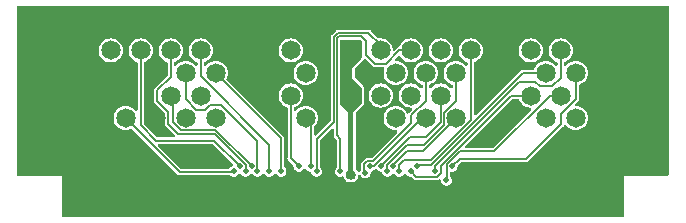
<source format=gbl>
G04 #@! TF.GenerationSoftware,KiCad,Pcbnew,7.0.7*
G04 #@! TF.CreationDate,2023-10-10T05:26:18-05:00*
G04 #@! TF.ProjectId,psio-qsb,7073696f-2d71-4736-922e-6b696361645f,rev?*
G04 #@! TF.SameCoordinates,Original*
G04 #@! TF.FileFunction,Copper,L2,Bot*
G04 #@! TF.FilePolarity,Positive*
%FSLAX46Y46*%
G04 Gerber Fmt 4.6, Leading zero omitted, Abs format (unit mm)*
G04 Created by KiCad (PCBNEW 7.0.7) date 2023-10-10 05:26:18*
%MOMM*%
%LPD*%
G01*
G04 APERTURE LIST*
G04 #@! TA.AperFunction,ComponentPad*
%ADD10C,1.640000*%
G04 #@! TD*
G04 #@! TA.AperFunction,ViaPad*
%ADD11C,0.600000*%
G04 #@! TD*
G04 #@! TA.AperFunction,ViaPad*
%ADD12C,0.500000*%
G04 #@! TD*
G04 #@! TA.AperFunction,ViaPad*
%ADD13C,0.800000*%
G04 #@! TD*
G04 #@! TA.AperFunction,Conductor*
%ADD14C,0.127000*%
G04 #@! TD*
G04 APERTURE END LIST*
D10*
X128500000Y-120360000D03*
X129770000Y-118450000D03*
X132310000Y-118450000D03*
X133580000Y-120360000D03*
X134850000Y-118450000D03*
X136120000Y-120360000D03*
X137390000Y-118450000D03*
X138660000Y-120360000D03*
X145010000Y-118450000D03*
X146280000Y-120360000D03*
X147550000Y-118450000D03*
X150090000Y-118450000D03*
X151360000Y-120360000D03*
X152630000Y-118450000D03*
X153900000Y-120360000D03*
X155170000Y-118450000D03*
X156440000Y-120360000D03*
X157710000Y-118450000D03*
X158980000Y-120360000D03*
X160250000Y-118450000D03*
X165330000Y-118450000D03*
X166600000Y-120360000D03*
X167870000Y-118450000D03*
X169140000Y-120360000D03*
X170410000Y-118450000D03*
X128500000Y-124180000D03*
X131040000Y-124180000D03*
X133580000Y-124180000D03*
X134850000Y-122270000D03*
X136120000Y-124180000D03*
X137390000Y-122270000D03*
X138660000Y-124180000D03*
X145010000Y-122270000D03*
X146280000Y-124180000D03*
X147550000Y-122270000D03*
X150090000Y-122270000D03*
X151360000Y-124180000D03*
X152630000Y-122270000D03*
X153900000Y-124180000D03*
X155170000Y-122270000D03*
X156440000Y-124180000D03*
X157710000Y-122270000D03*
X158980000Y-124180000D03*
X165330000Y-122270000D03*
X166600000Y-124180000D03*
X167870000Y-122270000D03*
X169140000Y-124180000D03*
X170410000Y-122270000D03*
D11*
X167470000Y-127250000D03*
X124290000Y-117090000D03*
X142070000Y-122170000D03*
X175090000Y-122170000D03*
X131910000Y-129790000D03*
X147150000Y-117090000D03*
X175090000Y-124710000D03*
X167470000Y-129790000D03*
X164930000Y-117090000D03*
X124290000Y-119630000D03*
X170010000Y-117090000D03*
X124290000Y-127250000D03*
X175090000Y-117090000D03*
X157310000Y-117090000D03*
X139530000Y-117090000D03*
X170010000Y-127250000D03*
X159850000Y-117090000D03*
X167470000Y-117090000D03*
X126830000Y-117090000D03*
X136990000Y-117090000D03*
X126830000Y-127250000D03*
X131910000Y-117090000D03*
X126830000Y-129790000D03*
X154770000Y-117090000D03*
X172550000Y-129790000D03*
X157310000Y-129790000D03*
X124290000Y-122170000D03*
X134450000Y-117090000D03*
X129370000Y-127250000D03*
X172550000Y-119630000D03*
X162390000Y-124710000D03*
X126830000Y-122170000D03*
X129370000Y-117090000D03*
X162390000Y-117090000D03*
X126830000Y-124710000D03*
X175090000Y-127250000D03*
X172550000Y-127250000D03*
X142070000Y-117090000D03*
X142070000Y-129790000D03*
X164930000Y-129790000D03*
X144610000Y-117090000D03*
X144610000Y-129790000D03*
X152230000Y-129790000D03*
X172550000Y-124710000D03*
X172550000Y-122170000D03*
X134450000Y-129790000D03*
X154770000Y-129790000D03*
X129370000Y-129790000D03*
X126830000Y-119630000D03*
X147150000Y-129790000D03*
X172550000Y-117090000D03*
X124290000Y-124710000D03*
X170010000Y-129790000D03*
X139530000Y-129790000D03*
X162390000Y-119630000D03*
X136990000Y-127250000D03*
X175090000Y-119630000D03*
X142070000Y-119630000D03*
D12*
X140700000Y-128275000D03*
X141200000Y-128700000D03*
X142200000Y-128700000D03*
X143200000Y-128700000D03*
X144200000Y-128700000D03*
D13*
X150100000Y-128975000D03*
D12*
X147200000Y-128700000D03*
X149200000Y-128700000D03*
X151325000Y-128800000D03*
X153200000Y-128700000D03*
X154200000Y-128700000D03*
X155700000Y-128275000D03*
X157200000Y-128700000D03*
X158700000Y-128275000D03*
X140200000Y-128700000D03*
X141700000Y-128275000D03*
X145700000Y-128275000D03*
X146700000Y-128275000D03*
X151700000Y-128275000D03*
X152700000Y-128275000D03*
X153700000Y-128275000D03*
X155200000Y-128700000D03*
X158193982Y-129450000D03*
D14*
X132310000Y-124785000D02*
X132310000Y-118450000D01*
X133614300Y-126089300D02*
X132310000Y-124785000D01*
X140700000Y-128275000D02*
X138514300Y-126089300D01*
X138514300Y-126089300D02*
X133614300Y-126089300D01*
X134850000Y-120700000D02*
X133725000Y-121825000D01*
X133725000Y-122750000D02*
X134650000Y-123675000D01*
X134850000Y-118450000D02*
X134850000Y-120700000D01*
X134650000Y-123675000D02*
X134650000Y-124700000D01*
X141200000Y-128149300D02*
X141200000Y-128700000D01*
X133725000Y-121825000D02*
X133725000Y-122750000D01*
X134650000Y-124700000D02*
X135468100Y-125518100D01*
X138568800Y-125518100D02*
X141200000Y-128149300D01*
X135468100Y-125518100D02*
X138568800Y-125518100D01*
X138175000Y-123075000D02*
X139148350Y-123075000D01*
X142200000Y-126126650D02*
X142200000Y-128700000D01*
X136120000Y-120360000D02*
X136120000Y-122595000D01*
X136120000Y-122595000D02*
X137000000Y-123475000D01*
X137775000Y-123475000D02*
X138175000Y-123075000D01*
X139148350Y-123075000D02*
X142200000Y-126126650D01*
X137000000Y-123475000D02*
X137775000Y-123475000D01*
X143200000Y-126469600D02*
X137390000Y-120659600D01*
X143200000Y-128700000D02*
X143200000Y-126469600D01*
X137390000Y-120659600D02*
X137390000Y-118450000D01*
X144200000Y-125900000D02*
X138660000Y-120360000D01*
X144200000Y-128700000D02*
X144200000Y-125900000D01*
X152630000Y-118450000D02*
X152630000Y-117980000D01*
X152630000Y-117980000D02*
X151600000Y-116950000D01*
X151600000Y-116950000D02*
X149050000Y-116950000D01*
X148675000Y-124500000D02*
X147200000Y-125975000D01*
X148675000Y-117325000D02*
X148675000Y-124500000D01*
X147200000Y-125975000D02*
X147200000Y-128700000D01*
X149050000Y-116950000D02*
X148675000Y-117325000D01*
X151000000Y-117225000D02*
X149134210Y-117225000D01*
X149134210Y-117225000D02*
X148929000Y-117430210D01*
X151400000Y-118850000D02*
X151400000Y-117625000D01*
X155170000Y-118450000D02*
X154225000Y-118450000D01*
X148929000Y-125654000D02*
X149200000Y-125925000D01*
X148929000Y-117430210D02*
X148929000Y-125654000D01*
X152125000Y-119575000D02*
X151400000Y-118850000D01*
X154225000Y-118450000D02*
X153100000Y-119575000D01*
X153100000Y-119575000D02*
X152125000Y-119575000D01*
X149200000Y-125925000D02*
X149200000Y-128700000D01*
X151400000Y-117625000D02*
X151000000Y-117225000D01*
X155225000Y-124575000D02*
X155225000Y-123924900D01*
X155225000Y-123924900D02*
X156440000Y-122709900D01*
X151965500Y-127834500D02*
X155225000Y-124575000D01*
X151517538Y-127834500D02*
X151965500Y-127834500D01*
X151325000Y-128800000D02*
X151250500Y-128725500D01*
X151250500Y-128725500D02*
X151250500Y-128101538D01*
X151250500Y-128101538D02*
X151517538Y-127834500D01*
X156440000Y-122709900D02*
X156440000Y-120360000D01*
X154861100Y-126482100D02*
X156267900Y-126482100D01*
X157966700Y-124783300D02*
X157966700Y-123723000D01*
X158980000Y-122709700D02*
X158980000Y-120360000D01*
X153200000Y-128700000D02*
X153200000Y-128143200D01*
X156267900Y-126482100D02*
X157966700Y-124783300D01*
X157966700Y-123723000D02*
X158980000Y-122709700D01*
X153200000Y-128143200D02*
X154861100Y-126482100D01*
X154622300Y-127712400D02*
X154200000Y-128134700D01*
X160250000Y-124341800D02*
X156879400Y-127712400D01*
X160250000Y-118450000D02*
X160250000Y-124341800D01*
X156879400Y-127712400D02*
X154622300Y-127712400D01*
X154200000Y-128134700D02*
X154200000Y-128700000D01*
X155847300Y-128127700D02*
X155700000Y-128275000D01*
X156897400Y-128127700D02*
X155847300Y-128127700D01*
X164665100Y-120360000D02*
X156897400Y-128127700D01*
X166600000Y-120360000D02*
X164665100Y-120360000D01*
X165725000Y-121100000D02*
X166125000Y-121500000D01*
X157200000Y-128700000D02*
X157200000Y-128273300D01*
X157200000Y-128273300D02*
X164373300Y-121100000D01*
X167870000Y-120755000D02*
X167870000Y-118450000D01*
X167125000Y-121500000D02*
X167870000Y-120755000D01*
X164373300Y-121100000D02*
X165725000Y-121100000D01*
X166125000Y-121500000D02*
X167125000Y-121500000D01*
X167875000Y-123805000D02*
X167875000Y-124725000D01*
X164934900Y-127665100D02*
X159309900Y-127665100D01*
X167875000Y-124725000D02*
X164934900Y-127665100D01*
X169140000Y-120360000D02*
X169140000Y-122540000D01*
X169140000Y-122540000D02*
X167875000Y-123805000D01*
X159309900Y-127665100D02*
X158700000Y-128275000D01*
X140200000Y-128700000D02*
X140146400Y-128753600D01*
X135613600Y-128753600D02*
X131040000Y-124180000D01*
X140146400Y-128753600D02*
X135613600Y-128753600D01*
X141700000Y-128275000D02*
X138617400Y-125192400D01*
X135050400Y-122470400D02*
X134850000Y-122270000D01*
X135050400Y-124548900D02*
X135050400Y-122470400D01*
X135693900Y-125192400D02*
X135050400Y-124548900D01*
X138617400Y-125192400D02*
X135693900Y-125192400D01*
X145700000Y-128275000D02*
X145010000Y-127585000D01*
X145010000Y-127585000D02*
X145010000Y-122270000D01*
X146700000Y-124600000D02*
X146280000Y-124180000D01*
X146700000Y-128275000D02*
X146700000Y-124600000D01*
X156172038Y-124180000D02*
X156440000Y-124180000D01*
X151700000Y-128275000D02*
X152077038Y-128275000D01*
X152077038Y-128275000D02*
X156172038Y-124180000D01*
X155101200Y-125811300D02*
X152700000Y-128212500D01*
X157710000Y-122270000D02*
X157710000Y-124540000D01*
X152700000Y-128212500D02*
X152700000Y-128275000D01*
X156438700Y-125811300D02*
X155101200Y-125811300D01*
X157710000Y-124540000D02*
X156438700Y-125811300D01*
X153700000Y-128163200D02*
X154890200Y-126973000D01*
X156187000Y-126973000D02*
X158980000Y-124180000D01*
X154890200Y-126973000D02*
X156187000Y-126973000D01*
X153700000Y-128275000D02*
X153700000Y-128163200D01*
X155655500Y-129155500D02*
X157370200Y-129155500D01*
X163642200Y-122270000D02*
X165330000Y-122270000D01*
X157370200Y-129155500D02*
X157703300Y-128822400D01*
X157703300Y-128822400D02*
X157703300Y-128208900D01*
X155200000Y-128700000D02*
X155655500Y-129155500D01*
X157703300Y-128208900D02*
X163642200Y-122270000D01*
X158193982Y-129450000D02*
X158259500Y-129384482D01*
X158259500Y-128054600D02*
X159317400Y-126996700D01*
X162245700Y-126996700D02*
X166972400Y-122270000D01*
X166972400Y-122270000D02*
X167870000Y-122270000D01*
X158259500Y-129384482D02*
X158259500Y-128054600D01*
X159317400Y-126996700D02*
X162245700Y-126996700D01*
G04 #@! TA.AperFunction,Conductor*
G36*
X164318738Y-122553685D02*
G01*
X164364493Y-122606489D01*
X164370359Y-122622004D01*
X164381203Y-122657751D01*
X164382619Y-122662418D01*
X164477378Y-122839701D01*
X164477381Y-122839706D01*
X164604905Y-122995094D01*
X164760293Y-123122618D01*
X164760297Y-123122621D01*
X164937582Y-123217381D01*
X165129947Y-123275734D01*
X165129946Y-123275734D01*
X165173361Y-123280010D01*
X165290853Y-123291582D01*
X165355640Y-123317743D01*
X165395999Y-123374777D01*
X165399116Y-123444577D01*
X165366380Y-123502666D01*
X162172667Y-126696381D01*
X162111344Y-126729866D01*
X162084986Y-126732700D01*
X159852214Y-126732700D01*
X159785175Y-126713015D01*
X159739420Y-126660211D01*
X159729476Y-126591053D01*
X159758501Y-126527497D01*
X159764533Y-126521019D01*
X163715233Y-122570319D01*
X163776556Y-122536834D01*
X163802914Y-122534000D01*
X164251699Y-122534000D01*
X164318738Y-122553685D01*
G37*
G04 #@! TD.AperFunction*
G04 #@! TA.AperFunction,Conductor*
G36*
X138420625Y-126372985D02*
G01*
X138441267Y-126389619D01*
X140115708Y-128064060D01*
X140149193Y-128125383D01*
X140144209Y-128195075D01*
X140102337Y-128251008D01*
X140062962Y-128270718D01*
X140010934Y-128285994D01*
X139901950Y-128356033D01*
X139853990Y-128411384D01*
X139823299Y-128446802D01*
X139764523Y-128484577D01*
X139729587Y-128489600D01*
X135774314Y-128489600D01*
X135707275Y-128469915D01*
X135686633Y-128453281D01*
X133798333Y-126564981D01*
X133764848Y-126503658D01*
X133769832Y-126433966D01*
X133811704Y-126378033D01*
X133877168Y-126353616D01*
X133886014Y-126353300D01*
X138353586Y-126353300D01*
X138420625Y-126372985D01*
G37*
G04 #@! TD.AperFunction*
G04 #@! TA.AperFunction,Conductor*
G36*
X176993039Y-114669685D02*
G01*
X177038794Y-114722489D01*
X177050000Y-114774000D01*
X177050000Y-128926000D01*
X177030315Y-128993039D01*
X176977511Y-129038794D01*
X176926000Y-129050000D01*
X173250000Y-129050000D01*
X173250000Y-132426000D01*
X173230315Y-132493039D01*
X173177511Y-132538794D01*
X173126000Y-132550000D01*
X125774000Y-132550000D01*
X125706961Y-132530315D01*
X125661206Y-132477511D01*
X125650000Y-132426000D01*
X125650000Y-129100000D01*
X121974000Y-129100000D01*
X121906961Y-129080315D01*
X121861206Y-129027511D01*
X121850000Y-128976000D01*
X121850000Y-124180000D01*
X130014562Y-124180000D01*
X130034265Y-124380051D01*
X130067209Y-124488654D01*
X130092619Y-124572418D01*
X130187379Y-124749703D01*
X130187381Y-124749706D01*
X130314905Y-124905094D01*
X130469624Y-125032069D01*
X130470297Y-125032621D01*
X130647582Y-125127381D01*
X130839947Y-125185734D01*
X130839946Y-125185734D01*
X130857883Y-125187500D01*
X131040000Y-125205438D01*
X131240053Y-125185734D01*
X131432418Y-125127381D01*
X131469662Y-125107473D01*
X131538062Y-125093229D01*
X131603306Y-125118228D01*
X131615797Y-125129149D01*
X135399899Y-128913251D01*
X135415319Y-128932039D01*
X135423266Y-128943932D01*
X135423267Y-128943933D01*
X135510592Y-129002283D01*
X135587598Y-129017600D01*
X135587600Y-129017600D01*
X135593568Y-129018787D01*
X135593571Y-129018787D01*
X135613600Y-129022771D01*
X135627622Y-129019981D01*
X135651811Y-129017600D01*
X139825272Y-129017600D01*
X139892311Y-129037285D01*
X139896907Y-129040725D01*
X139901950Y-129043965D01*
X139901951Y-129043967D01*
X140010931Y-129114004D01*
X140134830Y-129150383D01*
X140135225Y-129150499D01*
X140135227Y-129150500D01*
X140135228Y-129150500D01*
X140264773Y-129150500D01*
X140264773Y-129150499D01*
X140389069Y-129114004D01*
X140498049Y-129043967D01*
X140582882Y-128946063D01*
X140587205Y-128936595D01*
X140632961Y-128883791D01*
X140700000Y-128864107D01*
X140767040Y-128883792D01*
X140812794Y-128936595D01*
X140817118Y-128946063D01*
X140865832Y-129002283D01*
X140900285Y-129042045D01*
X140901951Y-129043967D01*
X141010931Y-129114004D01*
X141134830Y-129150383D01*
X141135225Y-129150499D01*
X141135227Y-129150500D01*
X141135228Y-129150500D01*
X141264773Y-129150500D01*
X141264773Y-129150499D01*
X141389069Y-129114004D01*
X141498049Y-129043967D01*
X141582882Y-128946063D01*
X141587205Y-128936595D01*
X141632961Y-128883791D01*
X141700000Y-128864107D01*
X141767040Y-128883792D01*
X141812794Y-128936595D01*
X141817118Y-128946063D01*
X141865832Y-129002283D01*
X141900285Y-129042045D01*
X141901951Y-129043967D01*
X142010931Y-129114004D01*
X142134830Y-129150383D01*
X142135225Y-129150499D01*
X142135227Y-129150500D01*
X142135228Y-129150500D01*
X142264773Y-129150500D01*
X142264773Y-129150499D01*
X142389069Y-129114004D01*
X142498049Y-129043967D01*
X142582882Y-128946063D01*
X142587205Y-128936595D01*
X142632961Y-128883791D01*
X142700000Y-128864107D01*
X142767040Y-128883792D01*
X142812794Y-128936595D01*
X142817118Y-128946063D01*
X142865832Y-129002283D01*
X142900285Y-129042045D01*
X142901951Y-129043967D01*
X143010931Y-129114004D01*
X143134830Y-129150383D01*
X143135225Y-129150499D01*
X143135227Y-129150500D01*
X143135228Y-129150500D01*
X143264773Y-129150500D01*
X143264773Y-129150499D01*
X143389069Y-129114004D01*
X143498049Y-129043967D01*
X143582882Y-128946063D01*
X143587205Y-128936595D01*
X143632961Y-128883791D01*
X143700000Y-128864107D01*
X143767040Y-128883792D01*
X143812794Y-128936595D01*
X143817118Y-128946063D01*
X143865832Y-129002283D01*
X143900285Y-129042045D01*
X143901951Y-129043967D01*
X144010931Y-129114004D01*
X144134830Y-129150383D01*
X144135225Y-129150499D01*
X144135227Y-129150500D01*
X144135228Y-129150500D01*
X144264773Y-129150500D01*
X144264773Y-129150499D01*
X144389069Y-129114004D01*
X144498049Y-129043967D01*
X144582882Y-128946063D01*
X144636697Y-128828226D01*
X144655133Y-128700000D01*
X144636697Y-128571774D01*
X144582882Y-128453937D01*
X144498049Y-128356033D01*
X144494286Y-128351690D01*
X144465262Y-128288134D01*
X144464000Y-128270488D01*
X144464000Y-125938211D01*
X144466382Y-125914022D01*
X144469171Y-125900000D01*
X144464000Y-125874001D01*
X144464000Y-125873998D01*
X144448683Y-125796992D01*
X144390333Y-125709667D01*
X144390332Y-125709666D01*
X144378439Y-125701719D01*
X144359651Y-125686299D01*
X140943352Y-122270000D01*
X143984562Y-122270000D01*
X144004265Y-122470051D01*
X144017597Y-122514001D01*
X144062619Y-122662418D01*
X144157378Y-122839701D01*
X144157381Y-122839706D01*
X144284905Y-122995094D01*
X144440293Y-123122618D01*
X144440297Y-123122621D01*
X144617582Y-123217381D01*
X144657994Y-123229639D01*
X144716432Y-123267934D01*
X144744890Y-123331746D01*
X144746000Y-123348300D01*
X144746000Y-127546783D01*
X144743618Y-127570971D01*
X144740828Y-127584999D01*
X144740828Y-127585000D01*
X144746000Y-127611002D01*
X144761317Y-127688009D01*
X144819666Y-127775332D01*
X144819667Y-127775333D01*
X144831555Y-127783276D01*
X144850345Y-127798697D01*
X145211256Y-128159608D01*
X145244741Y-128220931D01*
X145246314Y-128264928D01*
X145244867Y-128274996D01*
X145244867Y-128274999D01*
X145263302Y-128403225D01*
X145293759Y-128469915D01*
X145317118Y-128521063D01*
X145367930Y-128579704D01*
X145398682Y-128615195D01*
X145401951Y-128618967D01*
X145510931Y-128689004D01*
X145635225Y-128725499D01*
X145635227Y-128725500D01*
X145635228Y-128725500D01*
X145764773Y-128725500D01*
X145764773Y-128725499D01*
X145889069Y-128689004D01*
X145998049Y-128618967D01*
X146082882Y-128521063D01*
X146087205Y-128511595D01*
X146132961Y-128458791D01*
X146200000Y-128439107D01*
X146267040Y-128458792D01*
X146312794Y-128511595D01*
X146317118Y-128521063D01*
X146367930Y-128579704D01*
X146398682Y-128615195D01*
X146401951Y-128618967D01*
X146510931Y-128689004D01*
X146635225Y-128725499D01*
X146635227Y-128725500D01*
X146635228Y-128725500D01*
X146641086Y-128725500D01*
X146708125Y-128745185D01*
X146753880Y-128797989D01*
X146760302Y-128819858D01*
X146760803Y-128819712D01*
X146763303Y-128828227D01*
X146808972Y-128928226D01*
X146817118Y-128946063D01*
X146865832Y-129002283D01*
X146900285Y-129042045D01*
X146901951Y-129043967D01*
X147010931Y-129114004D01*
X147134830Y-129150383D01*
X147135225Y-129150499D01*
X147135227Y-129150500D01*
X147135228Y-129150500D01*
X147264773Y-129150500D01*
X147264773Y-129150499D01*
X147389069Y-129114004D01*
X147498049Y-129043967D01*
X147582882Y-128946063D01*
X147636697Y-128828226D01*
X147655133Y-128700000D01*
X147636697Y-128571774D01*
X147582882Y-128453937D01*
X147498049Y-128356033D01*
X147494286Y-128351690D01*
X147465262Y-128288134D01*
X147464000Y-128270488D01*
X147464000Y-126135713D01*
X147483685Y-126068674D01*
X147500319Y-126048032D01*
X148453319Y-125095032D01*
X148514642Y-125061547D01*
X148584334Y-125066531D01*
X148640267Y-125108403D01*
X148664684Y-125173867D01*
X148665000Y-125182713D01*
X148665000Y-125615783D01*
X148662618Y-125639971D01*
X148659828Y-125653999D01*
X148659828Y-125654000D01*
X148665000Y-125680002D01*
X148680317Y-125757009D01*
X148738666Y-125844332D01*
X148750555Y-125852276D01*
X148769339Y-125867691D01*
X148899682Y-125998033D01*
X148933166Y-126059354D01*
X148936000Y-126085713D01*
X148936000Y-128270488D01*
X148916315Y-128337527D01*
X148905714Y-128351690D01*
X148817118Y-128453937D01*
X148817117Y-128453938D01*
X148763302Y-128571774D01*
X148744867Y-128700000D01*
X148763302Y-128828225D01*
X148808972Y-128928226D01*
X148817118Y-128946063D01*
X148865832Y-129002283D01*
X148900285Y-129042045D01*
X148901951Y-129043967D01*
X149010931Y-129114004D01*
X149134830Y-129150383D01*
X149135225Y-129150499D01*
X149135227Y-129150500D01*
X149135228Y-129150500D01*
X149264772Y-129150500D01*
X149348636Y-129125876D01*
X149418505Y-129125876D01*
X149477283Y-129163650D01*
X149501904Y-129207799D01*
X149522470Y-129273478D01*
X149522471Y-129273483D01*
X149536872Y-129299855D01*
X149555956Y-129334805D01*
X149555958Y-129334808D01*
X149555960Y-129334811D01*
X149590998Y-129381615D01*
X149591002Y-129381619D01*
X149591009Y-129381629D01*
X149591016Y-129381636D01*
X149697266Y-129487886D01*
X149697269Y-129487888D01*
X149705448Y-129495237D01*
X149705446Y-129495236D01*
X149730376Y-129515325D01*
X149801424Y-129552490D01*
X149868456Y-129572173D01*
X149868458Y-129572173D01*
X149868464Y-129572175D01*
X149926362Y-129580500D01*
X150094549Y-129580500D01*
X150097326Y-129580682D01*
X150100000Y-129580682D01*
X150102674Y-129580682D01*
X150105451Y-129580500D01*
X150279138Y-129580500D01*
X150279142Y-129580500D01*
X150290134Y-129579911D01*
X150290142Y-129579910D01*
X150290144Y-129579910D01*
X150290145Y-129579910D01*
X150299637Y-129578889D01*
X150321965Y-129576488D01*
X150398482Y-129552529D01*
X150459805Y-129519044D01*
X150506629Y-129483991D01*
X150612883Y-129377737D01*
X150620235Y-129369554D01*
X150620237Y-129369552D01*
X150620236Y-129369554D01*
X150640325Y-129344623D01*
X150645520Y-129334693D01*
X150677490Y-129273575D01*
X150697175Y-129206536D01*
X150705500Y-129148638D01*
X150705500Y-129097959D01*
X150725185Y-129030921D01*
X150777989Y-128985166D01*
X150847147Y-128975222D01*
X150910703Y-129004247D01*
X150936713Y-129038995D01*
X150937324Y-129038603D01*
X150942116Y-129046059D01*
X150942118Y-129046063D01*
X151026951Y-129143967D01*
X151135931Y-129214004D01*
X151260225Y-129250499D01*
X151260227Y-129250500D01*
X151260228Y-129250500D01*
X151389773Y-129250500D01*
X151389773Y-129250499D01*
X151514069Y-129214004D01*
X151623049Y-129143967D01*
X151707882Y-129046063D01*
X151761697Y-128928226D01*
X151780133Y-128800000D01*
X151780132Y-128799998D01*
X151780652Y-128796387D01*
X151809677Y-128732831D01*
X151868451Y-128695057D01*
X151889069Y-128689004D01*
X151998049Y-128618967D01*
X152032071Y-128579701D01*
X152090846Y-128541929D01*
X152101575Y-128539291D01*
X152180046Y-128523683D01*
X152180048Y-128523681D01*
X152191330Y-128519009D01*
X152192101Y-128520872D01*
X152244004Y-128504619D01*
X152311385Y-128523101D01*
X152339936Y-128547397D01*
X152398684Y-128615197D01*
X152401951Y-128618967D01*
X152510931Y-128689004D01*
X152635225Y-128725499D01*
X152635227Y-128725500D01*
X152635228Y-128725500D01*
X152641086Y-128725500D01*
X152708125Y-128745185D01*
X152753880Y-128797989D01*
X152760302Y-128819858D01*
X152760803Y-128819712D01*
X152763303Y-128828227D01*
X152808972Y-128928226D01*
X152817118Y-128946063D01*
X152865832Y-129002283D01*
X152900285Y-129042045D01*
X152901951Y-129043967D01*
X153010931Y-129114004D01*
X153134830Y-129150383D01*
X153135225Y-129150499D01*
X153135227Y-129150500D01*
X153135228Y-129150500D01*
X153264773Y-129150500D01*
X153264773Y-129150499D01*
X153389069Y-129114004D01*
X153498049Y-129043967D01*
X153582882Y-128946063D01*
X153587205Y-128936595D01*
X153632961Y-128883791D01*
X153700000Y-128864107D01*
X153767040Y-128883792D01*
X153812794Y-128936595D01*
X153817118Y-128946063D01*
X153865832Y-129002283D01*
X153900285Y-129042045D01*
X153901951Y-129043967D01*
X154010931Y-129114004D01*
X154134830Y-129150383D01*
X154135225Y-129150499D01*
X154135227Y-129150500D01*
X154135228Y-129150500D01*
X154264773Y-129150500D01*
X154264773Y-129150499D01*
X154389069Y-129114004D01*
X154498049Y-129043967D01*
X154582882Y-128946063D01*
X154587205Y-128936595D01*
X154632961Y-128883791D01*
X154700000Y-128864107D01*
X154767040Y-128883792D01*
X154812794Y-128936595D01*
X154817118Y-128946063D01*
X154865832Y-129002283D01*
X154900285Y-129042045D01*
X154901951Y-129043967D01*
X155010931Y-129114004D01*
X155134830Y-129150383D01*
X155135225Y-129150499D01*
X155135227Y-129150500D01*
X155225786Y-129150500D01*
X155292825Y-129170185D01*
X155313467Y-129186819D01*
X155441799Y-129315151D01*
X155457219Y-129333939D01*
X155457723Y-129334693D01*
X155465167Y-129345833D01*
X155552492Y-129404183D01*
X155629498Y-129419500D01*
X155629500Y-129419500D01*
X155635468Y-129420687D01*
X155635471Y-129420687D01*
X155655500Y-129424671D01*
X155669522Y-129421881D01*
X155693711Y-129419500D01*
X157331987Y-129419500D01*
X157356177Y-129421882D01*
X157370200Y-129424672D01*
X157473208Y-129404183D01*
X157538490Y-129360562D01*
X157538490Y-129360561D01*
X157538494Y-129360559D01*
X157541218Y-129358740D01*
X157545941Y-129355583D01*
X157612615Y-129334693D01*
X157679998Y-129353166D01*
X157726697Y-129405137D01*
X157734973Y-129441597D01*
X157737587Y-129441222D01*
X157757284Y-129578225D01*
X157811099Y-129696061D01*
X157811100Y-129696063D01*
X157895933Y-129793967D01*
X158004913Y-129864004D01*
X158129207Y-129900499D01*
X158129209Y-129900500D01*
X158129210Y-129900500D01*
X158258755Y-129900500D01*
X158258755Y-129900499D01*
X158383051Y-129864004D01*
X158492031Y-129793967D01*
X158576864Y-129696063D01*
X158630679Y-129578226D01*
X158649115Y-129450000D01*
X158630679Y-129321774D01*
X158581462Y-129214005D01*
X158576865Y-129203939D01*
X158576864Y-129203938D01*
X158576864Y-129203937D01*
X158562032Y-129186819D01*
X158553785Y-129177301D01*
X158524762Y-129113745D01*
X158523500Y-129096101D01*
X158523500Y-128849500D01*
X158543185Y-128782461D01*
X158595989Y-128736706D01*
X158647500Y-128725500D01*
X158764773Y-128725500D01*
X158764773Y-128725499D01*
X158889069Y-128689004D01*
X158998049Y-128618967D01*
X159082882Y-128521063D01*
X159136697Y-128403226D01*
X159155133Y-128275000D01*
X159153686Y-128264939D01*
X159163626Y-128195784D01*
X159188737Y-128159614D01*
X159382934Y-127965416D01*
X159444257Y-127931934D01*
X159470614Y-127929100D01*
X164896687Y-127929100D01*
X164920877Y-127931482D01*
X164934900Y-127934272D01*
X165037908Y-127913783D01*
X165103190Y-127870162D01*
X165103190Y-127870161D01*
X165116910Y-127860994D01*
X165125233Y-127855433D01*
X165133175Y-127843545D01*
X165148594Y-127824756D01*
X168034655Y-124938695D01*
X168053446Y-124923275D01*
X168065333Y-124915333D01*
X168123683Y-124828008D01*
X168123683Y-124828006D01*
X168130468Y-124817853D01*
X168133041Y-124819572D01*
X168164808Y-124780145D01*
X168231100Y-124758074D01*
X168298801Y-124775347D01*
X168331390Y-124803330D01*
X168414905Y-124905094D01*
X168569624Y-125032069D01*
X168570297Y-125032621D01*
X168747582Y-125127381D01*
X168939947Y-125185734D01*
X168939946Y-125185734D01*
X168957883Y-125187500D01*
X169140000Y-125205438D01*
X169340053Y-125185734D01*
X169532418Y-125127381D01*
X169709703Y-125032621D01*
X169865094Y-124905094D01*
X169992621Y-124749703D01*
X170087381Y-124572418D01*
X170145734Y-124380053D01*
X170165438Y-124180000D01*
X170145734Y-123979947D01*
X170087381Y-123787582D01*
X169992621Y-123610297D01*
X169984120Y-123599938D01*
X169865094Y-123454905D01*
X169709706Y-123327381D01*
X169709704Y-123327380D01*
X169709703Y-123327379D01*
X169532418Y-123232619D01*
X169427412Y-123200766D01*
X169340051Y-123174265D01*
X169181328Y-123158632D01*
X169116541Y-123132471D01*
X169076183Y-123075436D01*
X169073066Y-123005636D01*
X169105800Y-122947550D01*
X169299655Y-122753695D01*
X169318446Y-122738275D01*
X169330333Y-122730333D01*
X169388683Y-122643008D01*
X169404000Y-122566002D01*
X169404000Y-122565998D01*
X169405188Y-122560027D01*
X169405189Y-122560020D01*
X169409171Y-122540001D01*
X169409171Y-122539999D01*
X169406382Y-122525976D01*
X169404000Y-122501788D01*
X169404000Y-121438300D01*
X169423685Y-121371261D01*
X169476489Y-121325506D01*
X169491996Y-121319642D01*
X169532418Y-121307381D01*
X169709703Y-121212621D01*
X169865094Y-121085094D01*
X169992621Y-120929703D01*
X170087381Y-120752418D01*
X170145734Y-120560053D01*
X170165438Y-120360000D01*
X170145734Y-120159947D01*
X170087381Y-119967582D01*
X169992621Y-119790297D01*
X169992618Y-119790293D01*
X169865094Y-119634905D01*
X169709706Y-119507381D01*
X169709704Y-119507380D01*
X169709703Y-119507379D01*
X169532418Y-119412619D01*
X169340053Y-119354266D01*
X169340050Y-119354265D01*
X169340053Y-119354265D01*
X169157936Y-119336328D01*
X169140000Y-119334562D01*
X169139999Y-119334562D01*
X168939948Y-119354265D01*
X168816995Y-119391562D01*
X168747582Y-119412619D01*
X168747580Y-119412619D01*
X168747580Y-119412620D01*
X168590590Y-119496532D01*
X168570671Y-119500678D01*
X168564756Y-119511286D01*
X168556527Y-119518679D01*
X168414903Y-119634908D01*
X168353853Y-119709298D01*
X168296107Y-119748632D01*
X168226262Y-119750503D01*
X168166494Y-119714315D01*
X168135778Y-119651559D01*
X168134000Y-119630633D01*
X168134000Y-119528300D01*
X168153685Y-119461261D01*
X168206489Y-119415506D01*
X168221996Y-119409642D01*
X168262418Y-119397381D01*
X168419410Y-119313467D01*
X168439326Y-119309320D01*
X168445243Y-119298712D01*
X168453473Y-119291320D01*
X168457848Y-119287730D01*
X168595094Y-119175094D01*
X168722621Y-119019703D01*
X168817381Y-118842418D01*
X168875734Y-118650053D01*
X168895438Y-118450000D01*
X168875734Y-118249947D01*
X168817381Y-118057582D01*
X168722621Y-117880297D01*
X168722618Y-117880293D01*
X168595094Y-117724905D01*
X168439706Y-117597381D01*
X168439704Y-117597380D01*
X168439703Y-117597379D01*
X168262418Y-117502619D01*
X168070053Y-117444266D01*
X168070050Y-117444265D01*
X168070053Y-117444265D01*
X167870000Y-117424562D01*
X167669948Y-117444265D01*
X167477582Y-117502619D01*
X167300293Y-117597381D01*
X167144905Y-117724905D01*
X167017381Y-117880293D01*
X166922619Y-118057582D01*
X166864265Y-118249948D01*
X166844562Y-118450000D01*
X166864265Y-118650051D01*
X166864266Y-118650053D01*
X166922619Y-118842418D01*
X167017379Y-119019703D01*
X167017381Y-119019706D01*
X167144905Y-119175094D01*
X167286526Y-119291320D01*
X167297303Y-119307141D01*
X167310612Y-119308693D01*
X167320586Y-119313465D01*
X167477582Y-119397381D01*
X167517994Y-119409639D01*
X167576432Y-119447934D01*
X167604890Y-119511746D01*
X167606000Y-119528300D01*
X167606000Y-119630633D01*
X167586315Y-119697672D01*
X167533511Y-119743427D01*
X167464353Y-119753371D01*
X167400797Y-119724346D01*
X167386147Y-119709298D01*
X167325094Y-119634905D01*
X167183473Y-119518679D01*
X167172695Y-119502857D01*
X167159387Y-119501306D01*
X167149408Y-119496531D01*
X166992421Y-119412620D01*
X166982591Y-119409638D01*
X166800053Y-119354266D01*
X166800050Y-119354265D01*
X166800053Y-119354265D01*
X166617936Y-119336328D01*
X166600000Y-119334562D01*
X166599999Y-119334562D01*
X166399948Y-119354265D01*
X166276995Y-119391562D01*
X166207582Y-119412619D01*
X166207580Y-119412619D01*
X166207580Y-119412620D01*
X166050590Y-119496532D01*
X166030671Y-119500678D01*
X166024756Y-119511286D01*
X166016527Y-119518679D01*
X165874903Y-119634908D01*
X165747381Y-119790293D01*
X165652617Y-119967586D01*
X165640359Y-120007996D01*
X165602061Y-120066434D01*
X165538249Y-120094891D01*
X165521699Y-120096000D01*
X164703313Y-120096000D01*
X164679122Y-120093617D01*
X164674011Y-120092600D01*
X164665101Y-120090828D01*
X164665100Y-120090828D01*
X164639098Y-120096000D01*
X164562091Y-120111317D01*
X164535797Y-120128886D01*
X164496810Y-120154937D01*
X164496806Y-120154940D01*
X164489313Y-120159947D01*
X164474766Y-120169667D01*
X164466821Y-120181557D01*
X164451403Y-120200342D01*
X160725681Y-123926065D01*
X160664358Y-123959550D01*
X160594666Y-123954566D01*
X160538733Y-123912694D01*
X160514316Y-123847230D01*
X160514000Y-123838384D01*
X160514000Y-119528300D01*
X160533685Y-119461261D01*
X160586489Y-119415506D01*
X160601996Y-119409642D01*
X160642418Y-119397381D01*
X160819703Y-119302621D01*
X160975094Y-119175094D01*
X161102621Y-119019703D01*
X161197381Y-118842418D01*
X161255734Y-118650053D01*
X161275438Y-118450000D01*
X164304562Y-118450000D01*
X164324265Y-118650051D01*
X164324266Y-118650053D01*
X164382619Y-118842418D01*
X164477379Y-119019703D01*
X164477381Y-119019706D01*
X164604905Y-119175094D01*
X164755534Y-119298712D01*
X164760297Y-119302621D01*
X164937582Y-119397381D01*
X165129947Y-119455734D01*
X165129946Y-119455734D01*
X165147883Y-119457500D01*
X165330000Y-119475438D01*
X165530053Y-119455734D01*
X165722418Y-119397381D01*
X165879410Y-119313467D01*
X165899326Y-119309320D01*
X165905243Y-119298712D01*
X165913473Y-119291320D01*
X165917848Y-119287730D01*
X166055094Y-119175094D01*
X166182621Y-119019703D01*
X166277381Y-118842418D01*
X166335734Y-118650053D01*
X166355438Y-118450000D01*
X166335734Y-118249947D01*
X166277381Y-118057582D01*
X166182621Y-117880297D01*
X166182618Y-117880293D01*
X166055094Y-117724905D01*
X165899706Y-117597381D01*
X165899704Y-117597380D01*
X165899703Y-117597379D01*
X165722418Y-117502619D01*
X165530053Y-117444266D01*
X165530050Y-117444265D01*
X165530053Y-117444265D01*
X165330000Y-117424562D01*
X165129948Y-117444265D01*
X164937582Y-117502619D01*
X164760293Y-117597381D01*
X164604905Y-117724905D01*
X164477381Y-117880293D01*
X164382619Y-118057582D01*
X164324265Y-118249948D01*
X164304562Y-118450000D01*
X161275438Y-118450000D01*
X161255734Y-118249947D01*
X161197381Y-118057582D01*
X161102621Y-117880297D01*
X161102618Y-117880293D01*
X160975094Y-117724905D01*
X160819706Y-117597381D01*
X160819704Y-117597380D01*
X160819703Y-117597379D01*
X160642418Y-117502619D01*
X160450053Y-117444266D01*
X160450050Y-117444265D01*
X160450053Y-117444265D01*
X160250000Y-117424562D01*
X160049948Y-117444265D01*
X159857582Y-117502619D01*
X159680293Y-117597381D01*
X159524905Y-117724905D01*
X159397381Y-117880293D01*
X159302619Y-118057582D01*
X159244265Y-118249948D01*
X159224562Y-118450000D01*
X159244265Y-118650051D01*
X159244266Y-118650053D01*
X159302619Y-118842418D01*
X159397379Y-119019703D01*
X159397381Y-119019706D01*
X159524905Y-119175094D01*
X159666526Y-119291320D01*
X159677303Y-119307141D01*
X159690612Y-119308693D01*
X159700586Y-119313465D01*
X159857582Y-119397381D01*
X159897994Y-119409639D01*
X159956432Y-119447934D01*
X159984890Y-119511746D01*
X159986000Y-119528300D01*
X159986000Y-119630633D01*
X159966315Y-119697672D01*
X159913511Y-119743427D01*
X159844353Y-119753371D01*
X159780797Y-119724346D01*
X159766147Y-119709298D01*
X159705094Y-119634905D01*
X159563473Y-119518679D01*
X159552695Y-119502857D01*
X159539387Y-119501306D01*
X159529408Y-119496531D01*
X159372421Y-119412620D01*
X159362591Y-119409638D01*
X159180053Y-119354266D01*
X159180050Y-119354265D01*
X159180053Y-119354265D01*
X158997936Y-119336328D01*
X158980000Y-119334562D01*
X158979999Y-119334562D01*
X158779948Y-119354265D01*
X158656995Y-119391562D01*
X158587582Y-119412619D01*
X158587580Y-119412619D01*
X158587580Y-119412620D01*
X158430590Y-119496532D01*
X158410671Y-119500678D01*
X158404756Y-119511286D01*
X158396527Y-119518679D01*
X158254903Y-119634908D01*
X158127381Y-119790293D01*
X158032619Y-119967582D01*
X157974265Y-120159948D01*
X157954562Y-120359999D01*
X157974265Y-120560051D01*
X157974266Y-120560053D01*
X158032619Y-120752418D01*
X158124673Y-120924640D01*
X158127381Y-120929706D01*
X158254905Y-121085094D01*
X158396526Y-121201320D01*
X158407303Y-121217141D01*
X158420612Y-121218693D01*
X158430586Y-121223465D01*
X158587582Y-121307381D01*
X158627994Y-121319639D01*
X158686432Y-121357934D01*
X158714890Y-121421746D01*
X158716000Y-121438300D01*
X158716000Y-121540633D01*
X158696315Y-121607672D01*
X158643511Y-121653427D01*
X158574353Y-121663371D01*
X158510797Y-121634346D01*
X158496147Y-121619298D01*
X158435094Y-121544905D01*
X158293473Y-121428679D01*
X158282695Y-121412857D01*
X158269387Y-121411306D01*
X158259408Y-121406531D01*
X158102421Y-121322620D01*
X158058013Y-121309149D01*
X157910053Y-121264266D01*
X157910050Y-121264265D01*
X157910053Y-121264265D01*
X157727936Y-121246328D01*
X157710000Y-121244562D01*
X157709999Y-121244562D01*
X157509948Y-121264265D01*
X157397989Y-121298228D01*
X157317582Y-121322619D01*
X157317580Y-121322619D01*
X157317580Y-121322620D01*
X157160590Y-121406532D01*
X157140671Y-121410678D01*
X157134756Y-121421286D01*
X157126527Y-121428679D01*
X156984903Y-121544908D01*
X156923853Y-121619298D01*
X156866107Y-121658632D01*
X156796262Y-121660503D01*
X156736494Y-121624315D01*
X156705778Y-121561559D01*
X156704000Y-121540633D01*
X156704000Y-121438300D01*
X156723685Y-121371261D01*
X156776489Y-121325506D01*
X156791996Y-121319642D01*
X156832418Y-121307381D01*
X156989410Y-121223467D01*
X157009326Y-121219320D01*
X157015243Y-121208712D01*
X157023473Y-121201320D01*
X157060154Y-121171217D01*
X157165094Y-121085094D01*
X157292621Y-120929703D01*
X157387381Y-120752418D01*
X157445734Y-120560053D01*
X157465438Y-120360000D01*
X157445734Y-120159947D01*
X157387381Y-119967582D01*
X157292621Y-119790297D01*
X157292618Y-119790293D01*
X157165094Y-119634905D01*
X157023473Y-119518679D01*
X157012695Y-119502857D01*
X156999387Y-119501306D01*
X156989408Y-119496531D01*
X156832421Y-119412620D01*
X156822591Y-119409638D01*
X156640053Y-119354266D01*
X156640050Y-119354265D01*
X156640053Y-119354265D01*
X156440000Y-119334562D01*
X156239948Y-119354265D01*
X156116995Y-119391562D01*
X156047582Y-119412619D01*
X156047580Y-119412619D01*
X156047580Y-119412620D01*
X155890590Y-119496532D01*
X155870671Y-119500678D01*
X155864756Y-119511286D01*
X155856527Y-119518679D01*
X155714903Y-119634908D01*
X155587381Y-119790293D01*
X155492619Y-119967582D01*
X155434265Y-120159948D01*
X155414562Y-120360000D01*
X155434265Y-120560051D01*
X155434266Y-120560053D01*
X155492619Y-120752418D01*
X155584673Y-120924640D01*
X155587381Y-120929706D01*
X155714905Y-121085094D01*
X155856526Y-121201320D01*
X155867303Y-121217141D01*
X155880612Y-121218693D01*
X155890586Y-121223465D01*
X156047582Y-121307381D01*
X156087994Y-121319639D01*
X156146432Y-121357934D01*
X156174890Y-121421746D01*
X156176000Y-121438300D01*
X156176000Y-121540633D01*
X156156315Y-121607672D01*
X156103511Y-121653427D01*
X156034353Y-121663371D01*
X155970797Y-121634346D01*
X155956147Y-121619298D01*
X155895094Y-121544905D01*
X155753473Y-121428679D01*
X155742695Y-121412857D01*
X155729387Y-121411306D01*
X155719408Y-121406531D01*
X155562421Y-121322620D01*
X155518013Y-121309149D01*
X155370053Y-121264266D01*
X155370050Y-121264265D01*
X155370053Y-121264265D01*
X155170000Y-121244562D01*
X154969948Y-121264265D01*
X154857989Y-121298228D01*
X154777582Y-121322619D01*
X154777580Y-121322619D01*
X154777580Y-121322620D01*
X154620590Y-121406532D01*
X154600671Y-121410678D01*
X154594756Y-121421286D01*
X154586527Y-121428679D01*
X154444903Y-121544908D01*
X154317381Y-121700293D01*
X154222619Y-121877582D01*
X154164265Y-122069948D01*
X154144562Y-122269999D01*
X154164265Y-122470051D01*
X154177597Y-122514001D01*
X154222619Y-122662418D01*
X154317378Y-122839701D01*
X154317381Y-122839706D01*
X154444905Y-122995094D01*
X154586526Y-123111320D01*
X154597303Y-123127141D01*
X154610612Y-123128693D01*
X154620586Y-123133465D01*
X154777582Y-123217381D01*
X154969947Y-123275734D01*
X154969946Y-123275734D01*
X155026062Y-123281261D01*
X155170000Y-123295438D01*
X155170000Y-123295437D01*
X155170001Y-123295438D01*
X155170002Y-123295438D01*
X155170205Y-123295418D01*
X155170310Y-123295438D01*
X155176092Y-123295438D01*
X155176092Y-123296534D01*
X155238851Y-123308434D01*
X155289564Y-123356496D01*
X155306241Y-123424347D01*
X155283588Y-123490442D01*
X155270045Y-123506501D01*
X155065345Y-123711201D01*
X155046560Y-123726619D01*
X155034665Y-123734567D01*
X155029805Y-123741841D01*
X154976190Y-123786643D01*
X154906864Y-123795346D01*
X154843838Y-123765187D01*
X154817351Y-123731400D01*
X154752621Y-123610297D01*
X154690264Y-123534315D01*
X154625094Y-123454905D01*
X154483473Y-123338679D01*
X154472695Y-123322857D01*
X154459387Y-123321306D01*
X154449408Y-123316531D01*
X154292421Y-123232620D01*
X154246849Y-123218796D01*
X154100053Y-123174266D01*
X154100050Y-123174265D01*
X154100053Y-123174265D01*
X153900000Y-123154562D01*
X153699948Y-123174265D01*
X153576995Y-123211562D01*
X153507582Y-123232619D01*
X153507580Y-123232619D01*
X153507580Y-123232620D01*
X153350590Y-123316532D01*
X153330671Y-123320678D01*
X153324756Y-123331286D01*
X153316527Y-123338679D01*
X153174903Y-123454908D01*
X153047381Y-123610293D01*
X152952619Y-123787582D01*
X152894265Y-123979948D01*
X152874562Y-124180000D01*
X152894265Y-124380051D01*
X152927209Y-124488654D01*
X152952619Y-124572418D01*
X153047379Y-124749703D01*
X153047381Y-124749706D01*
X153174905Y-124905094D01*
X153329624Y-125032069D01*
X153330297Y-125032621D01*
X153507582Y-125127381D01*
X153699947Y-125185734D01*
X153699946Y-125185734D01*
X153743990Y-125190072D01*
X153900000Y-125205438D01*
X153900000Y-125205437D01*
X153900001Y-125205438D01*
X153900002Y-125205438D01*
X153904682Y-125204976D01*
X153911409Y-125204314D01*
X153980055Y-125217329D01*
X154030768Y-125265392D01*
X154047445Y-125333242D01*
X154024792Y-125399338D01*
X154011249Y-125415397D01*
X151892467Y-127534181D01*
X151831144Y-127567666D01*
X151804786Y-127570500D01*
X151555751Y-127570500D01*
X151531560Y-127568117D01*
X151526449Y-127567100D01*
X151517539Y-127565328D01*
X151517538Y-127565328D01*
X151491536Y-127570500D01*
X151414529Y-127585817D01*
X151388235Y-127603386D01*
X151349248Y-127629437D01*
X151349244Y-127629440D01*
X151338261Y-127636778D01*
X151327204Y-127644167D01*
X151319260Y-127656056D01*
X151303842Y-127674841D01*
X151090844Y-127887840D01*
X151072058Y-127903258D01*
X151060167Y-127911203D01*
X151037382Y-127945302D01*
X151037380Y-127945306D01*
X151001817Y-127998528D01*
X150981328Y-128101539D01*
X150984117Y-128115559D01*
X150986500Y-128139751D01*
X150986500Y-128456467D01*
X150966815Y-128523506D01*
X150956216Y-128537666D01*
X150942119Y-128553935D01*
X150942116Y-128553940D01*
X150894034Y-128659224D01*
X150848279Y-128712028D01*
X150781239Y-128731712D01*
X150714200Y-128712027D01*
X150672409Y-128667140D01*
X150644045Y-128615197D01*
X150644041Y-128615191D01*
X150609001Y-128568384D01*
X150608998Y-128568381D01*
X150608991Y-128568371D01*
X150566819Y-128526199D01*
X150533334Y-128464876D01*
X150530500Y-128438518D01*
X150530500Y-123786482D01*
X150550185Y-123719443D01*
X150566819Y-123698801D01*
X151137880Y-123127742D01*
X151137878Y-123127743D01*
X151137883Y-123127738D01*
X151145240Y-123119548D01*
X151165327Y-123094620D01*
X151202490Y-123023575D01*
X151222175Y-122956536D01*
X151230500Y-122898638D01*
X151230500Y-122269999D01*
X151604562Y-122269999D01*
X151624265Y-122470051D01*
X151637597Y-122514001D01*
X151682619Y-122662418D01*
X151777378Y-122839701D01*
X151777381Y-122839706D01*
X151904905Y-122995094D01*
X152060293Y-123122618D01*
X152060297Y-123122621D01*
X152237582Y-123217381D01*
X152429947Y-123275734D01*
X152429946Y-123275734D01*
X152447883Y-123277500D01*
X152630000Y-123295438D01*
X152830053Y-123275734D01*
X153022418Y-123217381D01*
X153179410Y-123133467D01*
X153199326Y-123129320D01*
X153205243Y-123118712D01*
X153213473Y-123111320D01*
X153355094Y-122995094D01*
X153394114Y-122947548D01*
X153482621Y-122839703D01*
X153577381Y-122662418D01*
X153635734Y-122470053D01*
X153655438Y-122270000D01*
X153635734Y-122069947D01*
X153577381Y-121877582D01*
X153482621Y-121700297D01*
X153456746Y-121668768D01*
X153355094Y-121544905D01*
X153213473Y-121428679D01*
X153202695Y-121412857D01*
X153189387Y-121411306D01*
X153179408Y-121406531D01*
X153022421Y-121322620D01*
X152978013Y-121309149D01*
X152830053Y-121264266D01*
X152830050Y-121264265D01*
X152830053Y-121264265D01*
X152630000Y-121244562D01*
X152429948Y-121264265D01*
X152237582Y-121322619D01*
X152060293Y-121417381D01*
X151904905Y-121544905D01*
X151777381Y-121700293D01*
X151682619Y-121877582D01*
X151624265Y-122069948D01*
X151604562Y-122269999D01*
X151230500Y-122269999D01*
X151230500Y-121645858D01*
X151229911Y-121634866D01*
X151229889Y-121634666D01*
X151227377Y-121611301D01*
X151226488Y-121603035D01*
X151202529Y-121526518D01*
X151169044Y-121465195D01*
X151133991Y-121418371D01*
X151133985Y-121418365D01*
X151133980Y-121418359D01*
X150466818Y-120751197D01*
X150433333Y-120689874D01*
X150430500Y-120663525D01*
X150430500Y-120036479D01*
X150450185Y-119969440D01*
X150466819Y-119948799D01*
X150780711Y-119634908D01*
X151127883Y-119287736D01*
X151135235Y-119279553D01*
X151135237Y-119279551D01*
X151135236Y-119279553D01*
X151155323Y-119254624D01*
X151155323Y-119254623D01*
X151155327Y-119254619D01*
X151171873Y-119222985D01*
X151220387Y-119172709D01*
X151288384Y-119156640D01*
X151354274Y-119179884D01*
X151369429Y-119192781D01*
X151911300Y-119734652D01*
X151926718Y-119753438D01*
X151934665Y-119765331D01*
X151934666Y-119765331D01*
X151934667Y-119765333D01*
X151951647Y-119776679D01*
X151951650Y-119776681D01*
X152021990Y-119823682D01*
X152021991Y-119823682D01*
X152021992Y-119823683D01*
X152125000Y-119844172D01*
X152139022Y-119841382D01*
X152163213Y-119839000D01*
X152824429Y-119839000D01*
X152891468Y-119858685D01*
X152937223Y-119911489D01*
X152947167Y-119980647D01*
X152943090Y-119998995D01*
X152894265Y-120159948D01*
X152874562Y-120360000D01*
X152894265Y-120560051D01*
X152894266Y-120560053D01*
X152952619Y-120752418D01*
X153044673Y-120924640D01*
X153047381Y-120929706D01*
X153174905Y-121085094D01*
X153316526Y-121201320D01*
X153327303Y-121217141D01*
X153340612Y-121218693D01*
X153350586Y-121223465D01*
X153507582Y-121307381D01*
X153699947Y-121365734D01*
X153699946Y-121365734D01*
X153710526Y-121366776D01*
X153900000Y-121385438D01*
X154100053Y-121365734D01*
X154292418Y-121307381D01*
X154449410Y-121223467D01*
X154469326Y-121219320D01*
X154475243Y-121208712D01*
X154483473Y-121201320D01*
X154520154Y-121171217D01*
X154625094Y-121085094D01*
X154752621Y-120929703D01*
X154847381Y-120752418D01*
X154905734Y-120560053D01*
X154925438Y-120360000D01*
X154905734Y-120159947D01*
X154847381Y-119967582D01*
X154752621Y-119790297D01*
X154752618Y-119790293D01*
X154625094Y-119634905D01*
X154483473Y-119518679D01*
X154472695Y-119502857D01*
X154459387Y-119501306D01*
X154449408Y-119496531D01*
X154292421Y-119412620D01*
X154282591Y-119409638D01*
X154100053Y-119354266D01*
X154100050Y-119354265D01*
X154100053Y-119354265D01*
X153991397Y-119343564D01*
X153926610Y-119317403D01*
X153886251Y-119260368D01*
X153883134Y-119190568D01*
X153915868Y-119132482D01*
X154098584Y-118949766D01*
X154159905Y-118916283D01*
X154229597Y-118921267D01*
X154285530Y-118963139D01*
X154295618Y-118978990D01*
X154317379Y-119019703D01*
X154336770Y-119043331D01*
X154444905Y-119175094D01*
X154586526Y-119291320D01*
X154597303Y-119307141D01*
X154610612Y-119308693D01*
X154620586Y-119313465D01*
X154777582Y-119397381D01*
X154969947Y-119455734D01*
X154969946Y-119455734D01*
X154987883Y-119457500D01*
X155170000Y-119475438D01*
X155370053Y-119455734D01*
X155562418Y-119397381D01*
X155719410Y-119313467D01*
X155739326Y-119309320D01*
X155745243Y-119298712D01*
X155753473Y-119291320D01*
X155757848Y-119287730D01*
X155895094Y-119175094D01*
X156022621Y-119019703D01*
X156117381Y-118842418D01*
X156175734Y-118650053D01*
X156195438Y-118450000D01*
X156684562Y-118450000D01*
X156704265Y-118650051D01*
X156704266Y-118650053D01*
X156762619Y-118842418D01*
X156857379Y-119019703D01*
X156857381Y-119019706D01*
X156984905Y-119175094D01*
X157126526Y-119291320D01*
X157137303Y-119307141D01*
X157150612Y-119308693D01*
X157160586Y-119313465D01*
X157317582Y-119397381D01*
X157509947Y-119455734D01*
X157509946Y-119455734D01*
X157529649Y-119457674D01*
X157710000Y-119475438D01*
X157910053Y-119455734D01*
X158102418Y-119397381D01*
X158259410Y-119313467D01*
X158279326Y-119309320D01*
X158285243Y-119298712D01*
X158293473Y-119291320D01*
X158297848Y-119287730D01*
X158435094Y-119175094D01*
X158562621Y-119019703D01*
X158657381Y-118842418D01*
X158715734Y-118650053D01*
X158735438Y-118450000D01*
X158715734Y-118249947D01*
X158657381Y-118057582D01*
X158562621Y-117880297D01*
X158562618Y-117880293D01*
X158435094Y-117724905D01*
X158279706Y-117597381D01*
X158279704Y-117597380D01*
X158279703Y-117597379D01*
X158102418Y-117502619D01*
X157910053Y-117444266D01*
X157910050Y-117444265D01*
X157910053Y-117444265D01*
X157710000Y-117424562D01*
X157509948Y-117444265D01*
X157317582Y-117502619D01*
X157140293Y-117597381D01*
X156984905Y-117724905D01*
X156857381Y-117880293D01*
X156762619Y-118057582D01*
X156704265Y-118249948D01*
X156684562Y-118450000D01*
X156195438Y-118450000D01*
X156175734Y-118249947D01*
X156117381Y-118057582D01*
X156022621Y-117880297D01*
X156022618Y-117880293D01*
X155895094Y-117724905D01*
X155739706Y-117597381D01*
X155739704Y-117597380D01*
X155739703Y-117597379D01*
X155562418Y-117502619D01*
X155370053Y-117444266D01*
X155370050Y-117444265D01*
X155370053Y-117444265D01*
X155170000Y-117424562D01*
X154969948Y-117444265D01*
X154777582Y-117502619D01*
X154600293Y-117597381D01*
X154444905Y-117724905D01*
X154317379Y-117880295D01*
X154317377Y-117880298D01*
X154222619Y-118057580D01*
X154204236Y-118118180D01*
X154165938Y-118176619D01*
X154133030Y-118196744D01*
X154121993Y-118201315D01*
X154034667Y-118259666D01*
X154034665Y-118259668D01*
X154026718Y-118271561D01*
X154011302Y-118290344D01*
X153858416Y-118443230D01*
X153797093Y-118476715D01*
X153727401Y-118471731D01*
X153671468Y-118429859D01*
X153647332Y-118367703D01*
X153635734Y-118249948D01*
X153620982Y-118201317D01*
X153577381Y-118057582D01*
X153482621Y-117880297D01*
X153482618Y-117880293D01*
X153355094Y-117724905D01*
X153199706Y-117597381D01*
X153199704Y-117597380D01*
X153199703Y-117597379D01*
X153022418Y-117502619D01*
X152830053Y-117444266D01*
X152830050Y-117444265D01*
X152830053Y-117444265D01*
X152647936Y-117426328D01*
X152630000Y-117424562D01*
X152629999Y-117424562D01*
X152522603Y-117435139D01*
X152453957Y-117422120D01*
X152422769Y-117399417D01*
X151813697Y-116790345D01*
X151798276Y-116771555D01*
X151790333Y-116759667D01*
X151790332Y-116759666D01*
X151703009Y-116701317D01*
X151626002Y-116686000D01*
X151600001Y-116680828D01*
X151599999Y-116680828D01*
X151591088Y-116682600D01*
X151585977Y-116683617D01*
X151561787Y-116686000D01*
X149088211Y-116686000D01*
X149064022Y-116683618D01*
X149064017Y-116683617D01*
X149050000Y-116680829D01*
X149049999Y-116680829D01*
X149049998Y-116680829D01*
X149028080Y-116685188D01*
X149028075Y-116685189D01*
X148946990Y-116701317D01*
X148859667Y-116759666D01*
X148859665Y-116759668D01*
X148851718Y-116771561D01*
X148836302Y-116790344D01*
X148515345Y-117111301D01*
X148496560Y-117126719D01*
X148484666Y-117134666D01*
X148461882Y-117168764D01*
X148461880Y-117168768D01*
X148426317Y-117221990D01*
X148405828Y-117325001D01*
X148408617Y-117339021D01*
X148411000Y-117363213D01*
X148411000Y-124339285D01*
X148391315Y-124406324D01*
X148374681Y-124426966D01*
X147175681Y-125625966D01*
X147114358Y-125659451D01*
X147044666Y-125654467D01*
X146988733Y-125612595D01*
X146964316Y-125547131D01*
X146964000Y-125538285D01*
X146964000Y-124997467D01*
X146983685Y-124930428D01*
X147001642Y-124910257D01*
X147000787Y-124909402D01*
X147005092Y-124905096D01*
X147026021Y-124879594D01*
X147132621Y-124749703D01*
X147227381Y-124572418D01*
X147285734Y-124380053D01*
X147305438Y-124180000D01*
X147285734Y-123979947D01*
X147227381Y-123787582D01*
X147132621Y-123610297D01*
X147124120Y-123599938D01*
X147005094Y-123454905D01*
X146849706Y-123327381D01*
X146849704Y-123327380D01*
X146849703Y-123327379D01*
X146672418Y-123232619D01*
X146480053Y-123174266D01*
X146480050Y-123174265D01*
X146480053Y-123174265D01*
X146280000Y-123154562D01*
X146079948Y-123174265D01*
X145956995Y-123211562D01*
X145887582Y-123232619D01*
X145887580Y-123232619D01*
X145887580Y-123232620D01*
X145730590Y-123316532D01*
X145710671Y-123320678D01*
X145704756Y-123331286D01*
X145696527Y-123338679D01*
X145554903Y-123454908D01*
X145493853Y-123529298D01*
X145436107Y-123568632D01*
X145366262Y-123570503D01*
X145306494Y-123534315D01*
X145275778Y-123471559D01*
X145274000Y-123450633D01*
X145274000Y-123348300D01*
X145293685Y-123281261D01*
X145346489Y-123235506D01*
X145361996Y-123229642D01*
X145402418Y-123217381D01*
X145559410Y-123133467D01*
X145579326Y-123129320D01*
X145585243Y-123118712D01*
X145593473Y-123111320D01*
X145735094Y-122995094D01*
X145774114Y-122947548D01*
X145862621Y-122839703D01*
X145957381Y-122662418D01*
X146015734Y-122470053D01*
X146035438Y-122270000D01*
X146015734Y-122069947D01*
X145957381Y-121877582D01*
X145862621Y-121700297D01*
X145836746Y-121668768D01*
X145735094Y-121544905D01*
X145593473Y-121428679D01*
X145582695Y-121412857D01*
X145569387Y-121411306D01*
X145559408Y-121406531D01*
X145402421Y-121322620D01*
X145358013Y-121309149D01*
X145210053Y-121264266D01*
X145210050Y-121264265D01*
X145210053Y-121264265D01*
X145010000Y-121244562D01*
X144809948Y-121264265D01*
X144617582Y-121322619D01*
X144440293Y-121417381D01*
X144284905Y-121544905D01*
X144157381Y-121700293D01*
X144062619Y-121877582D01*
X144004265Y-122069948D01*
X143984562Y-122270000D01*
X140943352Y-122270000D01*
X139609149Y-120935797D01*
X139575664Y-120874474D01*
X139580648Y-120804782D01*
X139587467Y-120789674D01*
X139607381Y-120752418D01*
X139665734Y-120560053D01*
X139685438Y-120360000D01*
X139685438Y-120359999D01*
X145254562Y-120359999D01*
X145274265Y-120560051D01*
X145274266Y-120560053D01*
X145332619Y-120752418D01*
X145424673Y-120924640D01*
X145427381Y-120929706D01*
X145554905Y-121085094D01*
X145696526Y-121201320D01*
X145707303Y-121217141D01*
X145720612Y-121218693D01*
X145730586Y-121223465D01*
X145887582Y-121307381D01*
X146079947Y-121365734D01*
X146079946Y-121365734D01*
X146090526Y-121366776D01*
X146280000Y-121385438D01*
X146480053Y-121365734D01*
X146672418Y-121307381D01*
X146849703Y-121212621D01*
X147005094Y-121085094D01*
X147132621Y-120929703D01*
X147227381Y-120752418D01*
X147285734Y-120560053D01*
X147305438Y-120360000D01*
X147285734Y-120159947D01*
X147227381Y-119967582D01*
X147132621Y-119790297D01*
X147132618Y-119790293D01*
X147005094Y-119634905D01*
X146849706Y-119507381D01*
X146849704Y-119507380D01*
X146849703Y-119507379D01*
X146672418Y-119412619D01*
X146480053Y-119354266D01*
X146480050Y-119354265D01*
X146480053Y-119354265D01*
X146297936Y-119336328D01*
X146280000Y-119334562D01*
X146279999Y-119334562D01*
X146079948Y-119354265D01*
X145956995Y-119391562D01*
X145887582Y-119412619D01*
X145887580Y-119412619D01*
X145887580Y-119412620D01*
X145730590Y-119496532D01*
X145710671Y-119500678D01*
X145704756Y-119511286D01*
X145696527Y-119518679D01*
X145554903Y-119634908D01*
X145427381Y-119790293D01*
X145332619Y-119967582D01*
X145274265Y-120159948D01*
X145254562Y-120359999D01*
X139685438Y-120359999D01*
X139665734Y-120159947D01*
X139607381Y-119967582D01*
X139512621Y-119790297D01*
X139512618Y-119790293D01*
X139385094Y-119634905D01*
X139229706Y-119507381D01*
X139229704Y-119507380D01*
X139229703Y-119507379D01*
X139052418Y-119412619D01*
X138860053Y-119354266D01*
X138860050Y-119354265D01*
X138860053Y-119354265D01*
X138677936Y-119336328D01*
X138660000Y-119334562D01*
X138659999Y-119334562D01*
X138459948Y-119354265D01*
X138336995Y-119391562D01*
X138267582Y-119412619D01*
X138267580Y-119412619D01*
X138267580Y-119412620D01*
X138110590Y-119496532D01*
X138090671Y-119500678D01*
X138084756Y-119511286D01*
X138076527Y-119518679D01*
X137934903Y-119634908D01*
X137873853Y-119709298D01*
X137816107Y-119748632D01*
X137746262Y-119750503D01*
X137686494Y-119714315D01*
X137655778Y-119651559D01*
X137654000Y-119630633D01*
X137654000Y-119528300D01*
X137673685Y-119461261D01*
X137726489Y-119415506D01*
X137741996Y-119409642D01*
X137782418Y-119397381D01*
X137939410Y-119313467D01*
X137959326Y-119309320D01*
X137965243Y-119298712D01*
X137973473Y-119291320D01*
X137977848Y-119287730D01*
X138115094Y-119175094D01*
X138242621Y-119019703D01*
X138337381Y-118842418D01*
X138395734Y-118650053D01*
X138415438Y-118450000D01*
X143984562Y-118450000D01*
X144004265Y-118650051D01*
X144004266Y-118650053D01*
X144062619Y-118842418D01*
X144157379Y-119019703D01*
X144157381Y-119019706D01*
X144284905Y-119175094D01*
X144435534Y-119298712D01*
X144440297Y-119302621D01*
X144617582Y-119397381D01*
X144809947Y-119455734D01*
X144809946Y-119455734D01*
X144827883Y-119457500D01*
X145010000Y-119475438D01*
X145210053Y-119455734D01*
X145402418Y-119397381D01*
X145559410Y-119313467D01*
X145579326Y-119309320D01*
X145585243Y-119298712D01*
X145593473Y-119291320D01*
X145597848Y-119287730D01*
X145735094Y-119175094D01*
X145862621Y-119019703D01*
X145957381Y-118842418D01*
X146015734Y-118650053D01*
X146035438Y-118450000D01*
X146015734Y-118249947D01*
X145957381Y-118057582D01*
X145862621Y-117880297D01*
X145862618Y-117880293D01*
X145735094Y-117724905D01*
X145579706Y-117597381D01*
X145579704Y-117597380D01*
X145579703Y-117597379D01*
X145402418Y-117502619D01*
X145210053Y-117444266D01*
X145210050Y-117444265D01*
X145210053Y-117444265D01*
X145010000Y-117424562D01*
X144809948Y-117444265D01*
X144617582Y-117502619D01*
X144440293Y-117597381D01*
X144284905Y-117724905D01*
X144157381Y-117880293D01*
X144062619Y-118057582D01*
X144004265Y-118249948D01*
X143984562Y-118450000D01*
X138415438Y-118450000D01*
X138395734Y-118249947D01*
X138337381Y-118057582D01*
X138242621Y-117880297D01*
X138242618Y-117880293D01*
X138115094Y-117724905D01*
X137959706Y-117597381D01*
X137959704Y-117597380D01*
X137959703Y-117597379D01*
X137782418Y-117502619D01*
X137590053Y-117444266D01*
X137590050Y-117444265D01*
X137590053Y-117444265D01*
X137407936Y-117426328D01*
X137390000Y-117424562D01*
X137389999Y-117424562D01*
X137189948Y-117444265D01*
X136997582Y-117502619D01*
X136820293Y-117597381D01*
X136664905Y-117724905D01*
X136537381Y-117880293D01*
X136442619Y-118057582D01*
X136384265Y-118249948D01*
X136364562Y-118450000D01*
X136384265Y-118650051D01*
X136384266Y-118650053D01*
X136442619Y-118842418D01*
X136537379Y-119019703D01*
X136537381Y-119019706D01*
X136664905Y-119175094D01*
X136806526Y-119291320D01*
X136817303Y-119307141D01*
X136830612Y-119308693D01*
X136840586Y-119313465D01*
X136997582Y-119397381D01*
X137037994Y-119409639D01*
X137096432Y-119447934D01*
X137124890Y-119511746D01*
X137126000Y-119528300D01*
X137126000Y-119630633D01*
X137106315Y-119697672D01*
X137053511Y-119743427D01*
X136984353Y-119753371D01*
X136920797Y-119724346D01*
X136906147Y-119709298D01*
X136845094Y-119634905D01*
X136703473Y-119518679D01*
X136692695Y-119502857D01*
X136679387Y-119501306D01*
X136669408Y-119496531D01*
X136512421Y-119412620D01*
X136502591Y-119409638D01*
X136320053Y-119354266D01*
X136320050Y-119354265D01*
X136320053Y-119354265D01*
X136120000Y-119334562D01*
X135919948Y-119354265D01*
X135796995Y-119391562D01*
X135727582Y-119412619D01*
X135727580Y-119412619D01*
X135727580Y-119412620D01*
X135570590Y-119496532D01*
X135550671Y-119500678D01*
X135544756Y-119511286D01*
X135536527Y-119518679D01*
X135394903Y-119634908D01*
X135333853Y-119709298D01*
X135276107Y-119748632D01*
X135206262Y-119750503D01*
X135146494Y-119714315D01*
X135115778Y-119651559D01*
X135114000Y-119630633D01*
X135114000Y-119528300D01*
X135133685Y-119461261D01*
X135186489Y-119415506D01*
X135201996Y-119409642D01*
X135242418Y-119397381D01*
X135399410Y-119313467D01*
X135419326Y-119309320D01*
X135425243Y-119298712D01*
X135433473Y-119291320D01*
X135437848Y-119287730D01*
X135575094Y-119175094D01*
X135702621Y-119019703D01*
X135797381Y-118842418D01*
X135855734Y-118650053D01*
X135875438Y-118450000D01*
X135855734Y-118249947D01*
X135797381Y-118057582D01*
X135702621Y-117880297D01*
X135702618Y-117880293D01*
X135575094Y-117724905D01*
X135419706Y-117597381D01*
X135419704Y-117597380D01*
X135419703Y-117597379D01*
X135242418Y-117502619D01*
X135050053Y-117444266D01*
X135050050Y-117444265D01*
X135050053Y-117444265D01*
X134867936Y-117426328D01*
X134850000Y-117424562D01*
X134849999Y-117424562D01*
X134649948Y-117444265D01*
X134457582Y-117502619D01*
X134280293Y-117597381D01*
X134124905Y-117724905D01*
X133997381Y-117880293D01*
X133902619Y-118057582D01*
X133844265Y-118249948D01*
X133824562Y-118449999D01*
X133844265Y-118650051D01*
X133844266Y-118650053D01*
X133902619Y-118842418D01*
X133997379Y-119019703D01*
X133997381Y-119019706D01*
X134124905Y-119175094D01*
X134275534Y-119298712D01*
X134280297Y-119302621D01*
X134457582Y-119397381D01*
X134497994Y-119409639D01*
X134556432Y-119447934D01*
X134584890Y-119511746D01*
X134586000Y-119528300D01*
X134586000Y-120539285D01*
X134566315Y-120606324D01*
X134549681Y-120626966D01*
X133565345Y-121611301D01*
X133546560Y-121626719D01*
X133534666Y-121634666D01*
X133511882Y-121668764D01*
X133511880Y-121668768D01*
X133476317Y-121721990D01*
X133455828Y-121825001D01*
X133458617Y-121839021D01*
X133461000Y-121863213D01*
X133461000Y-122711783D01*
X133458618Y-122735971D01*
X133455828Y-122749999D01*
X133455828Y-122750000D01*
X133461000Y-122776002D01*
X133476317Y-122853009D01*
X133534666Y-122940332D01*
X133546555Y-122948276D01*
X133565345Y-122963697D01*
X134349681Y-123748033D01*
X134383166Y-123809356D01*
X134386000Y-123835714D01*
X134386000Y-124661783D01*
X134383618Y-124685971D01*
X134380828Y-124699999D01*
X134380828Y-124700000D01*
X134386000Y-124726002D01*
X134401317Y-124803009D01*
X134459666Y-124890332D01*
X134471555Y-124898276D01*
X134490345Y-124913697D01*
X135190267Y-125613619D01*
X135223752Y-125674942D01*
X135218768Y-125744634D01*
X135176896Y-125800567D01*
X135111432Y-125824984D01*
X135102586Y-125825300D01*
X133775015Y-125825300D01*
X133707976Y-125805615D01*
X133687334Y-125788981D01*
X132610318Y-124711965D01*
X132576833Y-124650642D01*
X132573999Y-124624293D01*
X132573999Y-119528299D01*
X132593684Y-119461261D01*
X132646488Y-119415506D01*
X132661997Y-119409641D01*
X132702418Y-119397381D01*
X132879703Y-119302621D01*
X133035094Y-119175094D01*
X133162621Y-119019703D01*
X133257381Y-118842418D01*
X133315734Y-118650053D01*
X133335438Y-118450000D01*
X133315734Y-118249947D01*
X133257381Y-118057582D01*
X133162621Y-117880297D01*
X133162618Y-117880293D01*
X133035094Y-117724905D01*
X132879706Y-117597381D01*
X132879704Y-117597380D01*
X132879703Y-117597379D01*
X132702418Y-117502619D01*
X132510053Y-117444266D01*
X132510050Y-117444265D01*
X132510053Y-117444265D01*
X132310000Y-117424562D01*
X132109948Y-117444265D01*
X131917582Y-117502619D01*
X131740293Y-117597381D01*
X131584905Y-117724905D01*
X131457381Y-117880293D01*
X131362619Y-118057582D01*
X131304265Y-118249948D01*
X131284562Y-118449999D01*
X131304265Y-118650051D01*
X131304266Y-118650053D01*
X131362619Y-118842418D01*
X131457379Y-119019703D01*
X131457381Y-119019706D01*
X131584905Y-119175094D01*
X131735534Y-119298712D01*
X131740297Y-119302621D01*
X131917582Y-119397381D01*
X131957994Y-119409639D01*
X132016432Y-119447934D01*
X132044890Y-119511746D01*
X132046000Y-119528300D01*
X132046000Y-123450633D01*
X132026315Y-123517672D01*
X131973511Y-123563427D01*
X131904353Y-123573371D01*
X131840797Y-123544346D01*
X131826147Y-123529298D01*
X131765094Y-123454905D01*
X131609706Y-123327381D01*
X131609704Y-123327380D01*
X131609703Y-123327379D01*
X131432418Y-123232619D01*
X131240053Y-123174266D01*
X131240050Y-123174265D01*
X131240053Y-123174265D01*
X131040000Y-123154562D01*
X130839948Y-123174265D01*
X130647582Y-123232619D01*
X130470293Y-123327381D01*
X130314905Y-123454905D01*
X130187381Y-123610293D01*
X130092619Y-123787582D01*
X130034265Y-123979948D01*
X130014562Y-124180000D01*
X121850000Y-124180000D01*
X121850000Y-118449999D01*
X128744562Y-118449999D01*
X128764265Y-118650051D01*
X128764266Y-118650053D01*
X128822619Y-118842418D01*
X128917379Y-119019703D01*
X128917381Y-119019706D01*
X129044905Y-119175094D01*
X129195534Y-119298712D01*
X129200297Y-119302621D01*
X129377582Y-119397381D01*
X129569947Y-119455734D01*
X129569946Y-119455734D01*
X129589650Y-119457674D01*
X129770000Y-119475438D01*
X129970053Y-119455734D01*
X130162418Y-119397381D01*
X130339703Y-119302621D01*
X130495094Y-119175094D01*
X130622621Y-119019703D01*
X130717381Y-118842418D01*
X130775734Y-118650053D01*
X130795438Y-118450000D01*
X130775734Y-118249947D01*
X130717381Y-118057582D01*
X130622621Y-117880297D01*
X130622618Y-117880293D01*
X130495094Y-117724905D01*
X130339706Y-117597381D01*
X130339704Y-117597380D01*
X130339703Y-117597379D01*
X130162418Y-117502619D01*
X129970053Y-117444266D01*
X129970050Y-117444265D01*
X129970053Y-117444265D01*
X129787936Y-117426328D01*
X129770000Y-117424562D01*
X129769999Y-117424562D01*
X129569948Y-117444265D01*
X129377582Y-117502619D01*
X129200293Y-117597381D01*
X129044905Y-117724905D01*
X128917381Y-117880293D01*
X128822619Y-118057582D01*
X128764265Y-118249948D01*
X128744562Y-118449999D01*
X121850000Y-118449999D01*
X121850000Y-114774000D01*
X121869685Y-114706961D01*
X121922489Y-114661206D01*
X121974000Y-114650000D01*
X176926000Y-114650000D01*
X176993039Y-114669685D01*
G37*
G04 #@! TD.AperFunction*
G04 #@! TA.AperFunction,Conductor*
G36*
X150947325Y-117549685D02*
G01*
X150967967Y-117566319D01*
X150978681Y-117577033D01*
X151012166Y-117638356D01*
X151015000Y-117664714D01*
X151015000Y-119058637D01*
X150995315Y-119125676D01*
X150978681Y-119146318D01*
X150225000Y-119899999D01*
X150225000Y-120800000D01*
X150988681Y-121563681D01*
X151022166Y-121625004D01*
X151025000Y-121651362D01*
X151025000Y-122898638D01*
X151005315Y-122965677D01*
X150988681Y-122986319D01*
X150325000Y-123649999D01*
X150325000Y-128575000D01*
X150463681Y-128713681D01*
X150497166Y-128775004D01*
X150500000Y-128801362D01*
X150500000Y-129148638D01*
X150480315Y-129215677D01*
X150463681Y-129236319D01*
X150361319Y-129338681D01*
X150299996Y-129372166D01*
X150273638Y-129375000D01*
X149926362Y-129375000D01*
X149859323Y-129355315D01*
X149838681Y-129338681D01*
X149736319Y-129236319D01*
X149702834Y-129174996D01*
X149700000Y-129148638D01*
X149700000Y-128801362D01*
X149719685Y-128734323D01*
X149736319Y-128713681D01*
X149736318Y-128713681D01*
X149875000Y-128575000D01*
X149875000Y-123650000D01*
X149229319Y-123004319D01*
X149195834Y-122942996D01*
X149193000Y-122916638D01*
X149193000Y-117654000D01*
X149212685Y-117586961D01*
X149265489Y-117541206D01*
X149317000Y-117530000D01*
X150880286Y-117530000D01*
X150947325Y-117549685D01*
G37*
G04 #@! TD.AperFunction*
M02*

</source>
